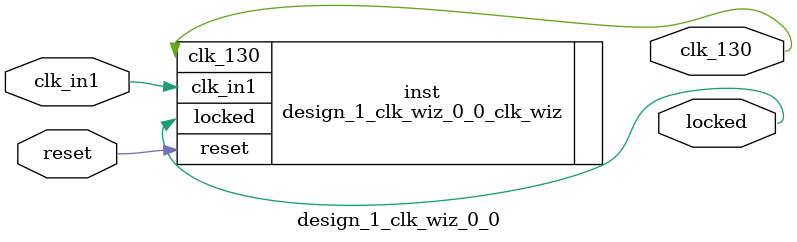
<source format=v>


`timescale 1ps/1ps

(* CORE_GENERATION_INFO = "design_1_clk_wiz_0_0,clk_wiz_v6_0_5_0_0,{component_name=design_1_clk_wiz_0_0,use_phase_alignment=true,use_min_o_jitter=false,use_max_i_jitter=false,use_dyn_phase_shift=false,use_inclk_switchover=false,use_dyn_reconfig=false,enable_axi=0,feedback_source=FDBK_AUTO,PRIMITIVE=MMCM,num_out_clk=1,clkin1_period=10.000,clkin2_period=10.000,use_power_down=false,use_reset=true,use_locked=true,use_inclk_stopped=false,feedback_type=SINGLE,CLOCK_MGR_TYPE=NA,manual_override=false}" *)

module design_1_clk_wiz_0_0 
 (
  // Clock out ports
  output        clk_130,
  // Status and control signals
  input         reset,
  output        locked,
 // Clock in ports
  input         clk_in1
 );

  design_1_clk_wiz_0_0_clk_wiz inst
  (
  // Clock out ports  
  .clk_130(clk_130),
  // Status and control signals               
  .reset(reset), 
  .locked(locked),
 // Clock in ports
  .clk_in1(clk_in1)
  );

endmodule

</source>
